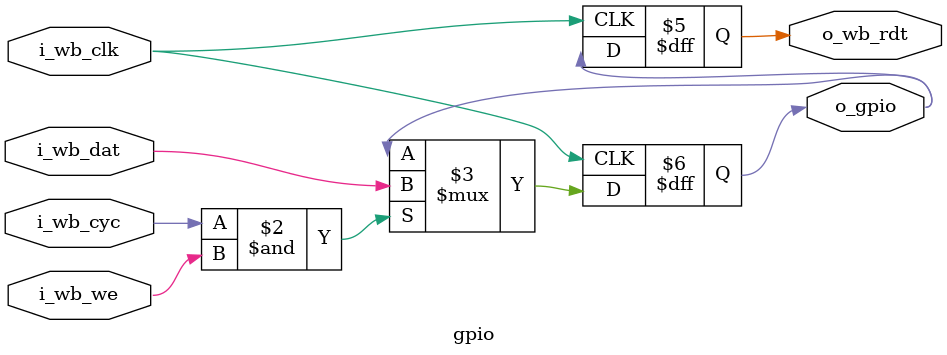
<source format=v>
module gpio
  (input wire i_wb_clk,
   input wire i_wb_dat,
   input wire i_wb_we,
   input wire i_wb_cyc,
   output reg o_wb_rdt,
   output reg o_gpio);

   always @(posedge i_wb_clk) begin
      o_wb_rdt <= o_gpio;
      if (i_wb_cyc & i_wb_we)
	o_gpio <= i_wb_dat;
   end
   
   
endmodule

</source>
